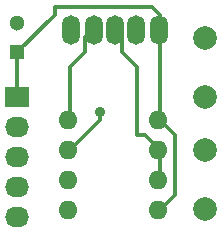
<source format=gbr>
G04 #@! TF.FileFunction,Copper,L1,Top,Signal*
%FSLAX46Y46*%
G04 Gerber Fmt 4.6, Leading zero omitted, Abs format (unit mm)*
G04 Created by KiCad (PCBNEW 4.0.0-rc1-stable) date 9/23/2015 9:03:36 PM*
%MOMM*%
G01*
G04 APERTURE LIST*
%ADD10C,0.100000*%
%ADD11R,1.300000X1.300000*%
%ADD12C,1.300000*%
%ADD13R,2.032000X1.727200*%
%ADD14O,2.032000X1.727200*%
%ADD15C,1.998980*%
%ADD16O,1.600000X1.600000*%
%ADD17O,1.501140X2.499360*%
%ADD18C,0.889000*%
%ADD19C,0.300000*%
G04 APERTURE END LIST*
D10*
D11*
X144145000Y-99060000D03*
D12*
X144145000Y-96560000D03*
D13*
X144145000Y-102870000D03*
D14*
X144145000Y-105410000D03*
X144145000Y-107950000D03*
X144145000Y-110490000D03*
X144145000Y-113030000D03*
D15*
X160020000Y-112354360D03*
X160020000Y-107353100D03*
X160020000Y-102829360D03*
X160020000Y-97828100D03*
D16*
X148463000Y-104775000D03*
X148463000Y-107315000D03*
X148463000Y-109855000D03*
X148463000Y-112395000D03*
X156083000Y-112395000D03*
X156083000Y-109855000D03*
X156083000Y-107315000D03*
X156083000Y-104775000D03*
D17*
X152400000Y-97190560D03*
X148699220Y-97190560D03*
X156100780Y-97190560D03*
X154200860Y-97190560D03*
X150599140Y-97190560D03*
D18*
X151130000Y-104140000D03*
D19*
X144145000Y-99060000D02*
X147320000Y-95885000D01*
X147320000Y-95885000D02*
X147320000Y-95250000D01*
X147320000Y-95250000D02*
X155575000Y-95250000D01*
X155575000Y-95250000D02*
X156210000Y-95885000D01*
X156210000Y-95885000D02*
X156210000Y-97155000D01*
X156210000Y-97155000D02*
X156100780Y-97190560D01*
X156100780Y-97190560D02*
X156210000Y-97155000D01*
X156210000Y-97155000D02*
X156210000Y-104775000D01*
X156210000Y-104775000D02*
X156083000Y-104775000D01*
X156083000Y-104775000D02*
X156210000Y-104775000D01*
X156210000Y-104775000D02*
X157480000Y-106045000D01*
X157480000Y-106045000D02*
X157480000Y-111125000D01*
X157480000Y-111125000D02*
X156210000Y-112395000D01*
X156210000Y-112395000D02*
X156083000Y-112395000D01*
X144145000Y-102870000D02*
X144145000Y-99060000D01*
X152400000Y-97190560D02*
X152400000Y-97155000D01*
X152400000Y-97155000D02*
X153035000Y-97790000D01*
X153035000Y-97790000D02*
X153035000Y-99060000D01*
X153035000Y-99060000D02*
X154305000Y-100330000D01*
X154305000Y-100330000D02*
X154305000Y-106045000D01*
X154305000Y-106045000D02*
X154940000Y-106045000D01*
X154940000Y-106045000D02*
X156210000Y-107315000D01*
X156210000Y-107315000D02*
X156083000Y-107315000D01*
X156083000Y-107315000D02*
X156210000Y-107315000D01*
X156210000Y-107315000D02*
X156210000Y-109855000D01*
X156210000Y-109855000D02*
X156083000Y-109855000D01*
X150599140Y-97190560D02*
X150495000Y-97155000D01*
X150495000Y-97155000D02*
X149860000Y-97790000D01*
X149860000Y-97790000D02*
X149860000Y-99060000D01*
X149860000Y-99060000D02*
X148590000Y-100330000D01*
X148590000Y-100330000D02*
X148590000Y-104775000D01*
X148590000Y-104775000D02*
X148463000Y-104775000D01*
X148463000Y-107315000D02*
X148590000Y-107315000D01*
X148590000Y-107315000D02*
X151130000Y-104775000D01*
X151130000Y-104775000D02*
X151130000Y-104140000D01*
M02*

</source>
